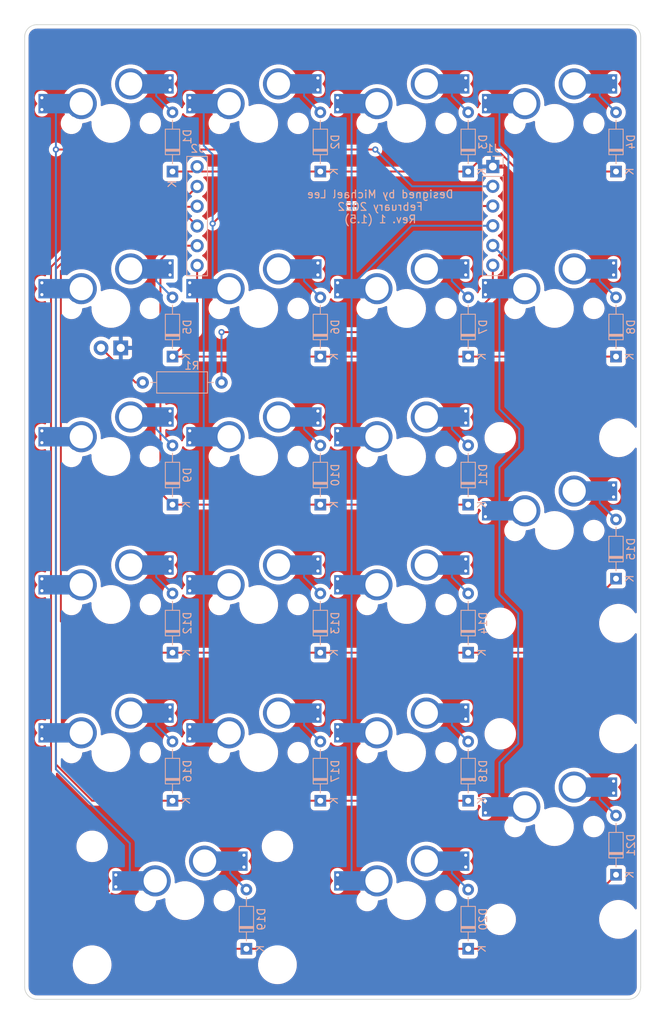
<source format=kicad_pcb>
(kicad_pcb (version 20211014) (generator pcbnew)
  (layers (0 "F.Cu" signal) (31 "B.Cu" signal) (34 "B.Paste" user) (35 "F.Paste" user) (36 "B.SilkS" user "B.Silkscreen") (37 "F.SilkS" user "F.Silkscreen") (38 "B.Mask" user) (39 "F.Mask" user) (44 "Edge.Cuts" user))
  (net 0 "")
  (net 1 "ROW0")
  (net 2 "Net-(D1-Pad2)")
  (net 3 "Net-(D2-Pad2)")
  (net 4 "Net-(D3-Pad2)")
  (net 5 "Net-(D4-Pad2)")
  (net 6 "ROW1")
  (net 7 "Net-(D5-Pad2)")
  (net 8 "Net-(D6-Pad2)")
  (net 9 "Net-(D7-Pad2)")
  (net 10 "Net-(D8-Pad2)")
  (net 11 "ROW2")
  (net 12 "Net-(D9-Pad2)")
  (net 13 "Net-(D10-Pad2)")
  (net 14 "Net-(D11-Pad2)")
  (net 15 "ROW3")
  (net 16 "Net-(D12-Pad2)")
  (net 17 "Net-(D13-Pad2)")
  (net 18 "Net-(D14-Pad2)")
  (net 19 "Net-(D15-Pad2)")
  (net 20 "ROW4")
  (net 21 "Net-(D16-Pad2)")
  (net 22 "Net-(D17-Pad2)")
  (net 23 "Net-(D18-Pad2)")
  (net 24 "ROW5")
  (net 25 "Net-(D19-Pad2)")
  (net 26 "Net-(D20-Pad2)")
  (net 27 "Net-(D21-Pad2)")
  (net 28 "COL0")
  (net 29 "COL1")
  (net 30 "COL2")
  (net 31 "COL3")
  (net 32 "LED")
  (net 33 "GND")
  (net 34 "Net-(J1-Pad6)")
  (footprint "MX_Only:MXOnly-1U-Hotswap-Antishear" (layer "F.Cu") (at 186.53125 49.2125)
    (fp_text reference "MX1")
    (fp_text value "^")
  )
  (footprint "MX_Only:MXOnly-1U-Hotswap-Antishear" (layer "F.Cu") (at 205.58125 49.2125)
    (fp_text reference "MX2")
    (fp_text value "(")
  )
  (footprint "MX_Only:MXOnly-1U-Hotswap-Antishear" (layer "F.Cu") (at 224.63125 73.025)
    (fp_text reference "MX7")
    (fp_text value "*")
  )
  (footprint "MX_Only:MXOnly-1U-Hotswap-Antishear" (layer "F.Cu") (at 243.68125 49.2125)
    (fp_text reference "MX4")
    (fp_text value "%")
  )
  (footprint "MX_Only:MXOnly-1U-Hotswap-Antishear" (layer "F.Cu") (at 205.58125 92.075)
    (fp_text reference "MX10")
    (fp_text value "Num_8")
  )
  (footprint "MX_Only:MXOnly-1U-Hotswap-Antishear" (layer "F.Cu") (at 224.63125 130.175)
    (fp_text reference "MX18")
    (fp_text value "Num_3")
  )
  (footprint "MX_Only:MXOnly-1U-Hotswap-Antishear" (layer "F.Cu") (at 224.63125 49.2125)
    (fp_text reference "MX3")
    (fp_text value ")")
  )
  (footprint "MX_Only:MXOnly-1U-Hotswap-Antishear" (layer "F.Cu") (at 243.68125 73.025)
    (fp_text reference "MX8")
    (fp_text value "-")
  )
  (footprint "MX_Only:MXOnly-1U-Hotswap-Antishear" (layer "F.Cu") (at 205.58125 73.025)
    (fp_text reference "MX6")
    (fp_text value "/")
  )
  (footprint "MX_Only:MXOnly-2U-Hotswap-Antishear" (layer "F.Cu") (at 196.05625 149.225)
    (fp_text reference "MX19")
    (fp_text value "Num_0")
  )
  (footprint "MX_Only:MXOnly-1U-Hotswap-Antishear" (layer "F.Cu") (at 224.63125 149.225)
    (fp_text reference "MX20")
    (fp_text value "Num_.")
  )
  (footprint "MX_Only:MXOnly-2U-Hotswap-Antishear-VerticalStabilizers" (layer "F.Cu") (at 243.68125 139.7)
    (fp_text reference "MX21")
    (fp_text value "Num_Enter" hide)
  )
  (footprint "MX_Only:MXOnly-1U-Hotswap-Antishear" (layer "F.Cu") (at 224.63125 92.075)
    (fp_text reference "MX11")
    (fp_text value "Num_9")
  )
  (footprint "MX_Only:MXOnly-1U-Hotswap-Antishear-LED" (layer "F.Cu") (at 186.53125 73.025)
    (fp_text reference "MX5")
    (fp_text value "Num Lock")
  )
  (footprint "MX_Only:MXOnly-1U-Hotswap-Antishear" (layer "F.Cu") (at 186.53125 111.125)
    (fp_text reference "MX12")
    (fp_text value "Num_4")
  )
  (footprint "MX_Only:MXOnly-1U-Hotswap-Antishear" (layer "F.Cu") (at 205.58125 130.175)
    (fp_text reference "MX17")
    (fp_text value "Num_2")
  )
  (footprint "MX_Only:MXOnly-1U-Hotswap-Antishear" (layer "F.Cu") (at 205.58125 111.125)
    (fp_text reference "MX13")
    (fp_text value "Num_5")
  )
  (footprint "MX_Only:MXOnly-1U-Hotswap-Antishear" (layer "F.Cu") (at 224.63125 111.125)
    (fp_text reference "MX14")
    (fp_text value "Num_6")
  )
  (footprint "MX_Only:MXOnly-2U-Hotswap-Antishear-VerticalStabilizers" (layer "F.Cu") (at 243.68125 101.6)
    (fp_text reference "MX15")
    (fp_text value "Num_+" hide)
  )
  (footprint "MX_Only:MXOnly-1U-Hotswap-Antishear" (layer "F.Cu") (at 186.53125 130.175)
    (fp_text reference "MX16")
    (fp_text value "Num_1")
  )
  (footprint "MX_Only:MXOnly-1U-Hotswap-Antishear" (layer "F.Cu") (at 186.53125 92.075)
    (fp_text reference "MX9")
    (fp_text value "Num_7")
  )
  (footprint "Connector_PinHeader_2.54mm:PinHeader_1x06_P2.54mm_Vertical" (layer "B.Cu") (at 235.74375 54.76875 180)
    (fp_text reference "J1")
    (fp_text value "Conn_01x06_Female")
  )
  (footprint "Resistor_THT:R_Axial_DIN0207_L6.3mm_D2.5mm_P10.16mm_Horizontal" (layer "B.Cu") (at 200.787 82.55 180)
    (fp_text reference "R1")
    (fp_text value "R_Small")
  )
  (footprint "Diode_THT:D_DO-34_SOD68_P7.62mm_Horizontal" (layer "B.Cu") (at 194.46875 136.37125 90)
    (fp_text reference "D16")
    (fp_text value "1N4148")
  )
  (footprint "Diode_THT:D_DO-34_SOD68_P7.62mm_Horizontal" (layer "B.Cu") (at 213.51875 117.32125 90)
    (fp_text reference "D13")
    (fp_text value "1N4148")
  )
  (footprint "Diode_THT:D_DO-34_SOD68_P7.62mm_Horizontal" (layer "B.Cu") (at 251.61875 79.22125 90)
    (fp_text reference "D8")
    (fp_text value "1N4148")
  )
  (footprint "Diode_THT:D_DO-34_SOD68_P7.62mm_Horizontal" (layer "B.Cu") (at 232.56875 136.37125 90)
    (fp_text reference "D18")
    (fp_text value "1N4148")
  )
  (footprint "Diode_THT:D_DO-34_SOD68_P7.62mm_Horizontal" (layer "B.Cu") (at 213.51875 136.37125 90)
    (fp_text reference "D17")
    (fp_text value "1N4148")
  )
  (footprint "Diode_THT:D_DO-34_SOD68_P7.62mm_Horizontal" (layer "B.Cu") (at 213.51875 98.27125 90)
    (fp_text reference "D10")
    (fp_text value "1N4148")
  )
  (footprint "Diode_THT:D_DO-34_SOD68_P7.62mm_Horizontal" (layer "B.Cu") (at 194.46875 79.22125 90)
    (fp_text reference "D5")
    (fp_text value "1N4148")
  )
  (footprint "Diode_THT:D_DO-34_SOD68_P7.62mm_Horizontal" (layer "B.Cu") (at 213.51875 55.40875 90)
    (fp_text reference "D2")
    (fp_text value "1N4148")
  )
  (footprint "Diode_THT:D_DO-34_SOD68_P7.62mm_Horizontal" (layer "B.Cu") (at 232.56875 55.40875 90)
    (fp_text reference "D3")
    (fp_text value "1N4148")
  )
  (footprint "Diode_THT:D_DO-34_SOD68_P7.62mm_Horizontal" (layer "B.Cu") (at 232.56875 98.27125 90)
    (fp_text reference "D11")
    (fp_text value "1N4148")
  )
  (footprint "Diode_THT:D_DO-34_SOD68_P7.62mm_Horizontal" (layer "B.Cu") (at 251.61875 107.79625 90)
    (fp_text reference "D15")
    (fp_text value "1N4148")
  )
  (footprint "Diode_THT:D_DO-34_SOD68_P7.62mm_Horizontal" (layer "B.Cu") (at 251.61875 55.40875 90)
    (fp_text reference "D4")
    (fp_text value "1N4148")
  )
  (footprint "Diode_THT:D_DO-34_SOD68_P7.62mm_Horizontal" (layer "B.Cu") (at 203.99375 155.42125 90)
    (fp_text reference "D19")
    (fp_text value "1N4148")
  )
  (footprint "Diode_THT:D_DO-34_SOD68_P7.62mm_Horizontal" (layer "B.Cu") (at 251.61875 145.89625 90)
    (fp_text reference "D21")
    (fp_text value "1N4148")
  )
  (footprint "Diode_THT:D_DO-34_SOD68_P7.62mm_Horizontal" (layer "B.Cu") (at 213.51875 79.22125 90)
    (fp_text reference "D6")
    (fp_text value "1N4148")
  )
  (footprint "Diode_THT:D_DO-34_SOD68_P7.62mm_Horizontal" (layer "B.Cu") (at 232.56875 155.42125 90)
    (fp_text reference "D20")
    (fp_text value "1N4148")
  )
  (footprint "Connector_PinHeader_2.54mm:PinHeader_1x06_P2.54mm_Vertical" (layer "B.Cu") (at 197.64375 54.79375 180)
    (fp_text reference "J2")
    (fp_text value "Conn_01x06_Female")
  )
  (footprint "Diode_THT:D_DO-34_SOD68_P7.62mm_Horizontal" (layer "B.Cu") (at 194.46875 117.32125 90)
    (fp_text reference "D12")
    (fp_text value "1N4148")
  )
  (footprint "Diode_THT:D_DO-34_SOD68_P7.62mm_Horizontal" (layer "B.Cu") (at 194.46875 55.40875 90)
    (fp_text reference "D1")
    (fp_text value "1N4148")
  )
  (footprint "Diode_THT:D_DO-34_SOD68_P7.62mm_Horizontal" (layer "B.Cu") (at 194.46875 98.27125 90)
    (fp_text reference "D9")
    (fp_text value "1N4148")
  )
  (footprint "Diode_THT:D_DO-34_SOD68_P7.62mm_Horizontal" (layer "B.Cu") (at 232.56875 117.32125 90)
    (fp_text reference "D14")
    (fp_text value "1N4148")
  )
  (footprint "Diode_THT:D_DO-34_SOD68_P7.62mm_Horizontal" (layer "B.Cu") (at 232.56875 79.22125 90)
    (fp_text reference "D7")
    (fp_text value "1N4148")
  )
  (gr_line (start 253.20625 161.925) (end 177.00625 161.925) (layer "Edge.Cuts") (width 0.1))
  (gr_line (start 254.79375 38.1) (end 254.79375 160.3375) (layer "Edge.Cuts") (width 0.1))
  (gr_arc (start 175.41875 38.1) (mid 175.883718 36.977468) (end 177.00625 36.5125) (layer "Edge.Cuts") (width 0.1))
  (gr_arc (start 253.20625 36.5125) (mid 254.328782 36.977468) (end 254.79375 38.1) (layer "Edge.Cuts") (width 0.1))
  (gr_line (start 175.41875 160.3375) (end 175.41875 38.1) (layer "Edge.Cuts") (width 0.1))
  (gr_line (start 177.00625 36.5125) (end 253.20625 36.5125) (layer "Edge.Cuts") (width 0.1))
  (gr_arc (start 177.00625 161.925) (mid 175.883718 161.460032) (end 175.41875 160.3375) (layer "Edge.Cuts") (width 0.1))
  (gr_arc (start 254.79375 160.3375) (mid 254.328782 161.460032) (end 253.20625 161.925) (layer "Edge.Cuts") (width 0.1))
  (gr_text "Designed by Michael Lee\nFebruary 2022\nRev. 1 (1.5)" (at 221.234 59.944) (layer "B.SilkS") (effects (font (size 1 1)) (justify mirror)))
  (segment (start 197.02875 55.40875) (end 197.64375 54.79375) (width 0.25) (layer "F.Cu") (net 1))
  (segment (start 213.51875 55.40875) (end 198.25875 55.40875) (width 0.25) (layer "F.Cu") (net 1))
  (segment (start 198.25875 55.40875) (end 197.64375 54.79375) (width 0.25) (layer "F.Cu") (net 1))
  (segment (start 236.7915 53.086) (end 239.11425 55.40875) (width 0.25) (layer "F.Cu") (net 1))
  (segment (start 239.11425 55.40875) (end 251.61875 55.40875) (width 0.25) (layer "F.Cu") (net 1))
  (segment (start 232.56875 55.40875) (end 234.8915 53.086) (width 0.25) (layer "F.Cu") (net 1))
  (segment (start 213.51875 55.40875) (end 232.56875 55.40875) (width 0.25) (layer "F.Cu") (net 1))
  (segment (start 234.8915 53.086) (end 236.7915 53.086) (width 0.25) (layer "F.Cu") (net 1))
  (segment (start 194.46875 55.40875) (end 197.02875 55.40875) (width 0.25) (layer "F.Cu") (net 1))
  (segment (start 192.37325 44.1325) (end 192.37325 45.69325) (width 0.25) (layer "B.Cu") (net 2))
  (segment (start 192.37325 45.69325) (end 194.46875 47.78875) (width 0.25) (layer "B.Cu") (net 2))
  (segment (start 211.42325 44.1325) (end 211.42325 45.69325) (width 0.25) (layer "B.Cu") (net 3))
  (segment (start 211.42325 45.69325) (end 213.51875 47.78875) (width 0.25) (layer "B.Cu") (net 3))
  (segment (start 230.47325 45.69325) (end 232.56875 47.78875) (width 0.25) (layer "B.Cu") (net 4))
  (segment (start 230.47325 44.1325) (end 230.47325 45.69325) (width 0.25) (layer "B.Cu") (net 4))
  (segment (start 249.52325 45.69325) (end 251.61875 47.78875) (width 0.25) (layer "B.Cu") (net 5))
  (segment (start 249.52325 44.1325) (end 249.52325 45.69325) (width 0.25) (layer "B.Cu") (net 5))
  (segment (start 194.46875 79.22125) (end 251.61875 79.22125) (width 0.25) (layer "F.Cu") (net 6))
  (segment (start 197.64375 76.04625) (end 197.64375 67.49375) (width 0.25) (layer "F.Cu") (net 6))
  (segment (start 194.46875 79.22125) (end 197.64375 76.04625) (width 0.25) (layer "F.Cu") (net 6))
  (segment (start 192.37325 67.945) (end 192.37325 69.50575) (width 0.25) (layer "B.Cu") (net 7))
  (segment (start 192.37325 69.50575) (end 194.46875 71.60125) (width 0.25) (layer "B.Cu") (net 7))
  (segment (start 211.42325 69.50575) (end 213.51875 71.60125) (width 0.25) (layer "B.Cu") (net 8))
  (segment (start 211.42325 67.945) (end 211.42325 69.50575) (width 0.25) (layer "B.Cu") (net 8))
  (segment (start 230.47325 69.50575) (end 232.56875 71.60125) (width 0.25) (layer "B.Cu") (net 9))
  (segment (start 230.47325 67.945) (end 230.47325 69.50575) (width 0.25) (layer "B.Cu") (net 9))
  (segment (start 249.52325 69.50575) (end 251.61875 71.60125) (width 0.25) (layer "B.Cu") (net 10))
  (segment (start 249.52325 67.945) (end 249.52325 69.50575) (width 0.25) (layer "B.Cu") (net 10))
  (segment (start 192.913 66.802) (end 194.76125 64.95375) (width 0.25) (layer "F.Cu") (net 11))
  (segment (start 194.46875 98.27125) (end 232.56875 98.27125) (width 0.25) (layer "F.Cu") (net 11))
  (segment (start 192.913 96.7155) (end 192.913 66.802) (width 0.25) (layer "F.Cu") (net 11))
  (segment (start 194.76125 64.95375) (end 197.64375 64.95375) (width 0.25) (layer "F.Cu") (net 11))
  (segment (start 194.46875 98.27125) (end 192.913 96.7155) (width 0.25) (layer "F.Cu") (net 11))
  (segment (start 194.46875 90.65125) (end 192.37325 88.55575) (width 0.25) (layer "B.Cu") (net 12))
  (segment (start 192.37325 88.55575) (end 192.37325 86.995) (width 0.25) (layer "B.Cu") (net 12))
  (segment (start 211.42325 88.55575) (end 213.51875 90.65125) (width 0.25) (layer "B.Cu") (net 13))
  (segment (start 211.42325 86.995) (end 211.42325 88.55575) (width 0.25) (layer "B.Cu") (net 13))
  (segment (start 230.47325 88.55575) (end 232.56875 90.65125) (width 0.25) (layer "B.Cu") (net 14))
  (segment (start 230.47325 86.995) (end 230.47325 88.55575) (width 0.25) (layer "B.Cu") (net 14))
  (segment (start 194.46875 117.32125) (end 184.12325 117.32125) (width 0.25) (layer "F.Cu") (net 15))
  (segment (start 180.086 68.199) (end 187.706 60.579) (width 0.25) (layer "F.Cu") (net 15))
  (segment (start 184.12325 117.32125) (end 180.086 113.284) (width 0.25) (layer "F.Cu") (net 15))
  (segment (start 187.706 60.579) (end 195.809 60.579) (width 0.25) (layer "F.Cu") (net 15))
  (segment (start 194.46875 117.32125) (end 242.09375 117.32125) (width 0.25) (layer "F.Cu") (net 15))
  (segment (start 242.09375 117.32125) (end 251.61875 107.79625) (width 0.25) (layer "F.Cu") (net 15))
  (segment (start 195.809 60.579) (end 197.64375 62.41375) (width 0.25) (layer "F.Cu") (net 15))
  (segment (start 180.086 113.284) (end 180.086 68.199) (width 0.25) (layer "F.Cu") (net 15))
  (segment (start 194.46875 109.70125) (end 192.37325 107.60575) (width 0.25) (layer "B.Cu") (net 16))
  (segment (start 192.37325 107.60575) (end 192.37325 106.045) (width 0.25) (layer "B.Cu") (net 16))
  (segment (start 211.42325 106.045) (end 211.42325 107.60575) (width 0.25) (layer "B.Cu") (net 17))
  (segment (start 211.42325 107.60575) (end 213.51875 109.70125) (width 0.25) (layer "B.Cu") (net 17))
  (segment (start 230.47325 107.60575) (end 232.56875 109.70125) (width 0.25) (layer "B.Cu") (net 18))
  (segment (start 230.47325 106.045) (end 230.47325 107.60575) (width 0.25) (layer "B.Cu") (net 18))
  (segment (start 249.52325 98.08075) (end 251.61875 100.17625) (width 0.25) (layer "B.Cu") (net 19))
  (segment (start 249.52325 96.52) (end 249.52325 98.08075) (width 0.25) (layer "B.Cu") (net 19))
  (segment (start 187.452 59.944) (end 197.5735 59.944) (width 0.25) (layer "F.Cu") (net 20))
  (segment (start 194.46875 136.37125) (end 232.56875 136.37125) (width 0.25) (layer "F.Cu") (net 20))
  (segment (start 194.46875 136.37125) (end 184.12325 136.37125) (width 0.25) (layer "F.Cu") (net 20))
  (segment (start 179.451 131.699) (end 179.451 67.945) (width 0.25) (layer "F.Cu") (net 20))
  (segment (start 197.5735 59.944) (end 197.64375 59.87375) (width 0.25) (layer "F.Cu") (net 20))
  (segment (start 179.451 67.945) (end 187.452 59.944) (width 0.25) (layer "F.Cu") (net 20))
  (segment (start 184.12325 136.37125) (end 179.451 131.699) (width 0.25) (layer "F.Cu") (net 20))
  (segment (start 194.46875 128.75125) (end 192.37325 126.65575) (width 0.25) (layer "B.Cu") (net 21))
  (segment (start 192.37325 126.65575) (end 192.37325 125.095) (width 0.25) (layer "B.Cu") (net 21))
  (segment (start 211.42325 126.65575) (end 213.51875 128.75125) (width 0.25) (layer "B.Cu") (net 22))
  (segment (start 211.42325 125.095) (end 211.42325 126.65575) (width 0.25) (layer "B.Cu") (net 22))
  (segment (start 230.47325 125.095) (end 230.47325 126.65575) (width 0.25) (layer "B.Cu") (net 23))
  (segment (start 230.47325 126.65575) (end 232.56875 128.75125) (width 0.25) (layer "B.Cu") (net 23))
  (segment (start 205.536648 155.42125) (end 206.271898 154.686) (width 0.25) (layer "F.Cu") (net 24))
  (segment (start 203.99375 155.42125) (end 205.536648 155.42125) (width 0.25) (layer "F.Cu") (net 24))
  (segment (start 178.816 67.691) (end 187.198 59.309) (width 0.25) (layer "F.Cu") (net 24))
  (segment (start 195.6685 59.309) (end 197.64375 57.33375) (width 0.25) (layer "F.Cu") (net 24))
  (segment (start 187.198 59.309) (end 195.6685 59.309) (width 0.25) (layer "F.Cu") (net 24))
  (segment (start 203.99375 155.42125) (end 192.63225 155.42125) (width 0.25) (layer "F.Cu") (net 24))
  (segment (start 209.677 154.686) (end 210.41225 155.42125) (width 0.25) (layer "F.Cu") (net 24))
  (segment (start 232.56875 155.42125) (end 242.09375 155.42125) (width 0.25) (layer "F.Cu") (net 24))
  (segment (start 192.63225 155.42125) (end 178.816 141.605) (width 0.25) (layer "F.Cu") (net 24))
  (segment (start 210.41225 155.42125) (end 232.56875 155.42125) (width 0.25) (layer "F.Cu") (net 24))
  (segment (start 206.271898 154.686) (end 209.677 154.686) (width 0.25) (layer "F.Cu") (net 24))
  (segment (start 242.09375 155.42125) (end 251.61875 145.89625) (width 0.25) (layer "F.Cu") (net 24))
  (segment (start 178.816 141.605) (end 178.816 67.691) (width 0.25) (layer "F.Cu") (net 24))
  (segment (start 201.89825 145.70575) (end 203.99375 147.80125) (width 0.25) (layer "B.Cu") (net 25))
  (segment (start 201.89825 144.145) (end 201.89825 145.70575) (width 0.25) (layer "B.Cu") (net 25))
  (segment (start 230.47325 145.70575) (end 232.56875 147.80125) (width 0.25) (layer "B.Cu") (net 26))
  (segment (start 230.47325 144.145) (end 230.47325 145.70575) (width 0.25) (layer "B.Cu") (net 26))
  (segment (start 249.52325 136.18075) (end 251.61875 138.27625) (width 0.25) (layer "B.Cu") (net 27))
  (segment (start 249.52325 134.62) (end 249.52325 136.18075) (width 0.25) (layer "B.Cu") (net 27))
  (segment (start 220.599 52.578) (end 179.451 52.578) (width 0.25) (layer "F.Cu") (net 28))
  (segment (start 179.451 52.578) (end 179.44625 52.57325) (width 0.25) (layer "F.Cu") (net 28))
  (via (at 179.44625 52.57325) (size 0.8) (drill 0.4) (layers "F.Cu" "B.Cu") (net 28))
  (via (at 220.599 52.578) (size 0.8) (drill 0.4) (layers "F.Cu" "B.Cu") (net 28))
  (segment (start 179.44625 132.32925) (end 188.97125 141.85425) (width 0.25) (layer "B.Cu") (net 28))
  (segment (start 225.32975 57.30875) (end 220.599 52.578) (width 0.25) (layer "B.Cu") (net 28))
  (segment (start 235.74375 57.30875) (end 225.32975 57.30875) (width 0.25) (layer "B.Cu") (net 28))
  (segment (start 188.97125 141.85425) (end 188.97125 146.685) (width 0.25) (layer "B.Cu") (net 28))
  (segment (start 179.44625 46.6725) (end 179.44625 52.57325) (width 0.25) (layer "B.Cu") (net 28))
  (segment (start 179.44625 127.635) (end 179.44625 132.32925) (width 0.25) (layer "B.Cu") (net 28))
  (segment (start 179.44625 89.535) (end 179.44625 127.635) (width 0.25) (layer "B.Cu") (net 28))
  (segment (start 179.44625 52.57325) (end 179.44625 89.535) (width 0.25) (layer "B.Cu") (net 28))
  (segment (start 201.89825 59.84875) (end 199.644 62.103) (width 0.25) (layer "F.Cu") (net 29))
  (segment (start 235.74375 59.84875) (end 201.89825 59.84875) (width 0.25) (layer "F.Cu") (net 29))
  (via (at 199.644 62.103) (size 0.8) (drill 0.4) (layers "F.Cu" "B.Cu") (net 29))
  (segment (start 198.49625 52.06525) (end 198.8185 52.3875) (width 0.25) (layer "B.Cu") (net 29))
  (segment (start 199.644 53.213) (end 199.644 62.103) (width 0.25) (layer "B.Cu") (net 29))
  (segment (start 198.49625 46.6725) (end 198.49625 52.06525) (width 0.25) (layer "B.Cu") (net 29))
  (segment (start 198.8185 52.3875) (end 199.644 53.213) (width 0.25) (layer "B.Cu") (net 29))
  (segment (start 199.644 69.33725) (end 198.49625 70.485) (width 0.25) (layer "B.Cu") (net 29))
  (segment (start 198.49625 70.485) (end 198.49625 127.635) (width 0.25) (layer "B.Cu") (net 29))
  (segment (start 199.644 62.103) (end 199.644 69.33725) (width 0.25) (layer "B.Cu") (net 29))
  (segment (start 217.54625 66.92425) (end 217.54625 127.635) (width 0.25) (layer "B.Cu") (net 30))
  (segment (start 217.54625 127.635) (end 217.54625 146.685) (width 0.25) (layer "B.Cu") (net 30))
  (segment (start 217.54625 46.6725) (end 217.54625 66.92425) (width 0.25) (layer "B.Cu") (net 30))
  (segment (start 235.74375 62.38875) (end 225.26625 62.38875) (width 0.25) (layer "B.Cu") (net 30))
  (segment (start 225.26625 62.38875) (end 218.05425 69.60075) (width 0.25) (layer "B.Cu") (net 30))
  (segment (start 236.59625 52.06525) (end 237.744 53.213) (width 0.25) (layer "B.Cu") (net 31))
  (segment (start 237.744 66.929) (end 237.744 69.088) (width 0.25) (layer "B.Cu") (net 31))
  (segment (start 236.59625 85.97425) (end 236.59625 70.485) (width 0.25) (layer "B.Cu") (net 31))
  (segment (start 236.59625 137.16) (end 236.59625 131.44975) (width 0.25) (layer "B.Cu") (net 31))
  (segment (start 235.74375 64.92875) (end 237.744 66.929) (width 0.25) (layer "B.Cu") (net 31))
  (segment (start 236.59625 93.47675) (end 239.141 90.932) (width 0.25) (layer "B.Cu") (net 31))
  (segment (start 236.59625 109.85025) (end 236.59625 93.47675) (width 0.25) (layer "B.Cu") (net 31))
  (segment (start 239.014 112.268) (end 236.59625 109.85025) (width 0.25) (layer "B.Cu") (net 31))
  (segment (start 237.744 69.33725) (end 236.59625 70.485) (width 0.25) (layer "B.Cu") (net 31))
  (segment (start 239.141 88.519) (end 236.59625 85.97425) (width 0.25) (layer "B.Cu") (net 31))
  (segment (start 236.59625 46.6725) (end 236.59625 52.06525) (width 0.25) (layer "B.Cu") (net 31))
  (segment (start 237.744 53.213) (end 237.744 69.088) (width 0.25) (layer "B.Cu") (net 31))
  (segment (start 239.014 129.032) (end 239.014 112.268) (width 0.25) (layer "B.Cu") (net 31))
  (segment (start 239.141 90.932) (end 239.141 88.519) (width 0.25) (layer "B.Cu") (net 31))
  (segment (start 236.59625 131.44975) (end 239.014 129.032) (width 0.25) (layer "B.Cu") (net 31))
  (segment (start 237.744 69.088) (end 237.744 69.33725) (width 0.25) (layer "B.Cu") (net 31))
  (segment (start 190.627 82.55) (end 189.70625 82.55) (width 0.25) (layer "F.Cu") (net 32))
  (segment (start 189.70625 82.55) (end 185.26125 78.105) (width 0.25) (layer "F.Cu") (net 32))
  (segment (start 235.74375 71.319114) (end 230.989864 76.073) (width 0.25) (layer "F.Cu") (net 34))
  (segment (start 230.989864 76.073) (end 200.787 76.073) (width 0.25) (layer "F.Cu") (net 34))
  (segment (start 235.74375 67.46875) (end 235.74375 71.319114) (width 0.25) (layer "F.Cu") (net 34))
  (via (at 200.787 76.073) (size 0.8) (drill 0.4) (layers "F.Cu" "B.Cu") (net 34))
  (segment (start 200.787 76.073) (end 200.787 82.55) (width 0.25) (layer "B.Cu") (net 34))
  (zone (net 33) (net_name "GND") (layer "F.Cu") (connect_pads (clearance 0.508)) (min_thickness 0.254) (fill yes (thermal_gap 0.508) (thermal_bridge_width 0.508))
    (polygon (pts (xy 255.5875 163.5125) (xy 174.625 163.5125) (xy 174.625 35.71875) (xy 255.5875 35.71875)))
  )
  (zone (net 33) (net_name "GND") (layer "B.Cu") (connect_pads (clearance 0.508)) (min_thickness 0.254) (fill yes (thermal_gap 0.508) (thermal_bridge_width 0.508))
    (polygon (pts (xy 257.175 165.1) (xy 172.24375 165.1) (xy 172.24375 33.3375) (xy 257.175 33.3375)))
  )
)
</source>
